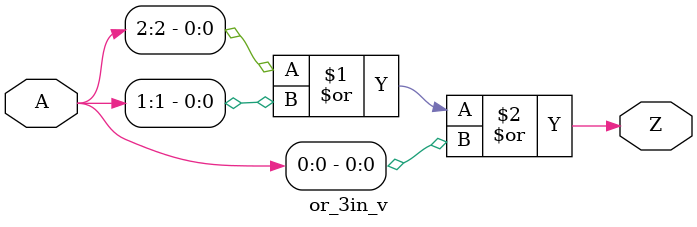
<source format=v>
module or_3in_v (
  input [2:0] A,
  output Z
  );

  or(Z, A[2], A[1], A[0]);

endmodule //and_3in_v

</source>
